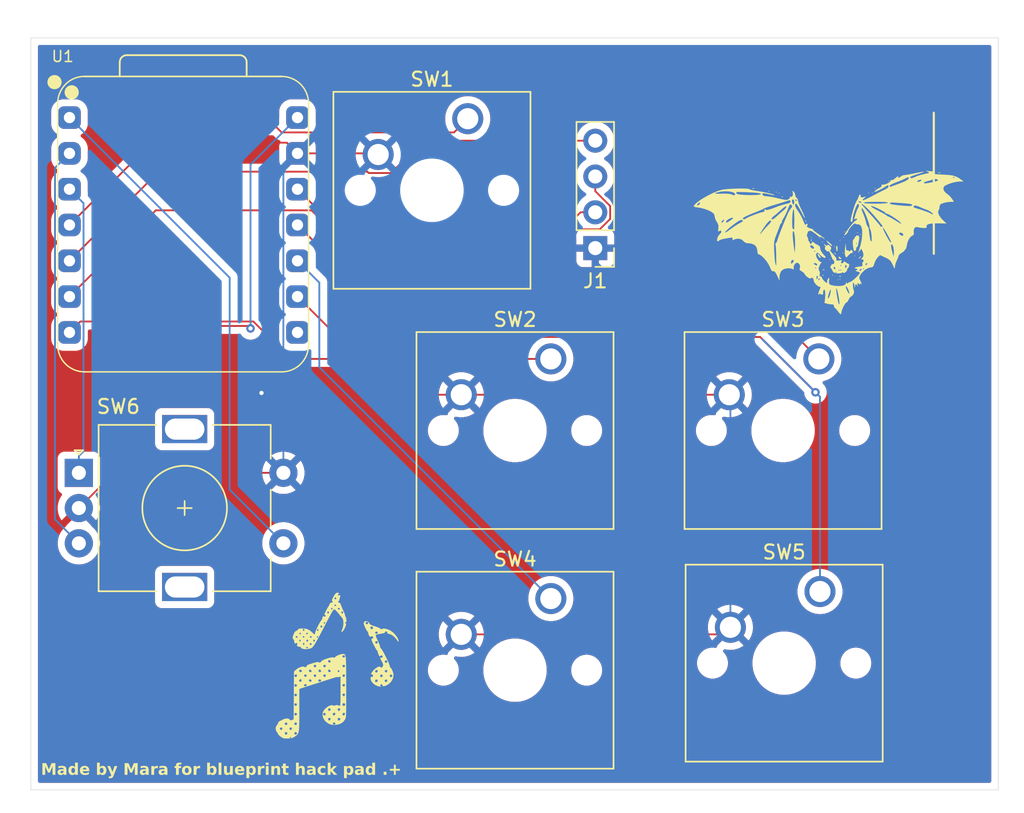
<source format=kicad_pcb>
(kicad_pcb (version 20241229) (generator "pcbnew") (generator_version "9.0")
  (layers (0 "F.Cu" signal "Front") (2 "B.Cu" signal "Back") (13 "F.Paste" user) (15 "B.Paste" user) (5 "F.SilkS" user "F.Silkscreen") (7 "B.SilkS" user "B.Silkscreen") (1 "F.Mask" user) (3 "B.Mask" user) (25 "Edge.Cuts" user))
  (net 0 "")
  (net 1 "GND")
  (net 2 "+3V3")
  (net 3 "Net-(J1-Pin_3)")
  (net 4 "Net-(J1-Pin_4)")
  (net 5 "Net-(U1-PA11_A3_D3)")
  (net 6 "Net-(U1-PB08_A6_D6_TX)")
  (net 7 "Net-(U1-PA6_A10_D10_MOSI)")
  (net 8 "Net-(U1-PA5_A9_D9_MISO)")
  (net 9 "Net-(U1-PA7_A8_D8_SCK)")
  (net 10 "Net-(U1-PA02_A0_D0)")
  (net 11 "Net-(U1-PA4_A1_D1)")
  (net 12 "Net-(U1-PA10_A2_D2)")
  (net 13 "+5V")
  (footprint "Button_Switch_Keyboard:SW_Cherry_MX_1.00u_PCB" (layer "F.Cu") (at 166.35 82.46)
    (property "Reference" "SW3" (at -2.54 -2.794 0) (layer "F.SilkS"))
    (property "Value" "SW_Push")
    (pad "" np_thru_hole circle (at -7.62 5.08) (size 1.7 1.7) (drill 1.7) (layers "*.Cu" "*.Mask"))
    (pad "" np_thru_hole circle (at -2.54 5.08) (size 4 4) (drill 4) (layers "*.Cu" "*.Mask"))
    (pad "" np_thru_hole circle (at 2.54 5.08) (size 1.7 1.7) (drill 1.7) (layers "*.Cu" "*.Mask"))
    (pad "1" thru_hole circle (at 0 0) (size 2.2 2.2) (drill 1.5) (layers "*.Cu" "*.Mask") (net 7 "Net-(U1-PA6_A10_D10_MOSI)"))
    (pad "2" thru_hole circle (at -6.35 2.54) (size 2.2 2.2) (drill 1.5) (layers "*.Cu" "*.Mask") (net 1 "GND"))
  )
  (footprint "LOGO" (layer "F.Cu") (at 167 74)
    (property "Reference" "." (at 0 0 0) (layer "F.SilkS") (effects (font (size 1.5 1.5) (thickness 0.3))))
    (property "Value" "LOGO" (hide yes))
  )
  (footprint "Connector_PinHeader.2.54mm:PinHeader_1x04_P2.54mm_Vertical" (layer "F.Cu") (at 150.5 74.6 180)
    (property "Reference" "J1" (at 0 -2.33 0) (layer "F.SilkS"))
    (property "Value" "Conn_01x04")
    (pad "1" thru_hole rect (at 0 0 180) (size 1.7 1.7) (drill 1) (layers "*.Cu" "*.Mask") (net 1 "GND"))
    (pad "2" thru_hole oval (at 0 2.54 180) (size 1.7 1.7) (drill 1) (layers "*.Cu" "*.Mask") (net 2 "+3V3"))
    (pad "3" thru_hole oval (at 0 5.08 180) (size 1.7 1.7) (drill 1) (layers "*.Cu" "*.Mask") (net 3 "Net-(J1-Pin_3)"))
    (pad "4" thru_hole oval (at 0 7.62 180) (size 1.7 1.7) (drill 1) (layers "*.Cu" "*.Mask") (net 4 "Net-(J1-Pin_4)"))
  )
  (footprint "Rotary_Encoder:RotaryEncoder_Alps_EC11E-Switch_Vertical_H20mm" (layer "F.Cu") (at 113.89 90.54)
    (property "Reference" "SW6" (at 2.8 -4.7 0) (layer "F.SilkS"))
    (property "Value" "RotaryEncoder_Switch")
    (pad "A" thru_hole rect (at 0 0) (size 2 2) (drill 1) (layers "*.Cu" "*.Mask") (net 12 "Net-(U1-PA10_A2_D2)"))
    (pad "B" thru_hole circle (at 0 5) (size 2 2) (drill 1) (layers "*.Cu" "*.Mask") (net 11 "Net-(U1-PA4_A1_D1)"))
    (pad "C" thru_hole circle (at 0 2.5) (size 2 2) (drill 1) (layers "*.Cu" "*.Mask") (net 1 "GND"))
    (pad "MP" thru_hole rect (at 7.5 -3.1) (size 3.2 2) (drill oval 2.8 1.5) (layers "*.Cu" "*.Mask"))
    (pad "MP" thru_hole rect (at 7.5 8.1) (size 3.2 2) (drill oval 2.8 1.5) (layers "*.Cu" "*.Mask"))
    (pad "S1" thru_hole circle (at 14.5 5) (size 2 2) (drill 1) (layers "*.Cu" "*.Mask") (net 10 "Net-(U1-PA02_A0_D0)"))
    (pad "S2" thru_hole circle (at 14.5 0) (size 2 2) (drill 1) (layers "*.Cu" "*.Mask") (net 1 "GND"))
  )
  (footprint "LOGO" (layer "F.Cu") (at 132.2 104.2)
    (property "Reference" "s" (at 0 0 0) (layer "F.SilkS") (effects (font (size 1.5 1.5) (thickness 0.3))))
    (property "Value" "LOGO" (hide yes))
  )
  (footprint "Button_Switch_Keyboard:SW_Cherry_MX_1.00u_PCB" (layer "F.Cu") (at 147.35 82.46)
    (property "Reference" "SW2" (at -2.54 -2.794 0) (layer "F.SilkS"))
    (property "Value" "SW_Push")
    (pad "" np_thru_hole circle (at -7.62 5.08) (size 1.7 1.7) (drill 1.7) (layers "*.Cu" "*.Mask"))
    (pad "" np_thru_hole circle (at -2.54 5.08) (size 4 4) (drill 4) (layers "*.Cu" "*.Mask"))
    (pad "" np_thru_hole circle (at 2.54 5.08) (size 1.7 1.7) (drill 1.7) (layers "*.Cu" "*.Mask"))
    (pad "1" thru_hole circle (at 0 0) (size 2.2 2.2) (drill 1.5) (layers "*.Cu" "*.Mask") (net 6 "Net-(U1-PB08_A6_D6_TX)"))
    (pad "2" thru_hole circle (at -6.35 2.54) (size 2.2 2.2) (drill 1.5) (layers "*.Cu" "*.Mask") (net 1 "GND"))
  )
  (footprint "XIAO-THT:XIAO-SAMD21-SMD" (layer "F.Cu") (at 112.39 83.46)
    (property "Reference" "U1" (at -0.5 -22 0) (layer "F.SilkS") (effects (font (size 0.78232 0.78232) (thickness 0.10668)) (justify left bottom)))
    (property "Value" "SeeeduinoXIAO")
    (pad "1" thru_hole roundrect (at 0.835 -18.12) (size 1.6 1.6) (drill 0.8) (layers "*.Cu" "*.Mask") (net 10 "Net-(U1-PA02_A0_D0)"))
    (pad "2" thru_hole roundrect (at 0.835 -15.58) (size 1.6 1.6) (drill 0.8) (layers "*.Cu" "*.Mask") (roundrect_rratio 0.3125) (net 11 "Net-(U1-PA4_A1_D1)"))
    (pad "3" thru_hole roundrect (at 0.835 -13.04) (size 1.6 1.6) (drill 0.8) (layers "*.Cu" "*.Mask") (net 12 "Net-(U1-PA10_A2_D2)"))
    (pad "4" thru_hole roundrect (at 0.835 -10.5) (size 1.6 1.6) (drill 0.8) (layers "*.Cu" "*.Mask") (roundrect_rratio 0.3125) (net 5 "Net-(U1-PA11_A3_D3)"))
    (pad "5" thru_hole roundrect (at 0.835 -7.96) (size 1.6 1.6) (drill 0.8) (layers "*.Cu" "*.Mask") (net 4 "Net-(J1-Pin_4)"))
    (pad "6" thru_hole roundrect (at 0.835 -5.42) (size 1.6 1.6) (drill 0.8) (layers "*.Cu" "*.Mask") (net 3 "Net-(J1-Pin_3)"))
    (pad "7" thru_hole roundrect (at 0.835 -2.88) (size 1.6 1.6) (drill 0.8) (layers "*.Cu" "*.Mask") (net 6 "Net-(U1-PB08_A6_D6_TX)"))
    (pad "8" thru_hole roundrect (at 17 -2.88) (size 1.6 1.6) (drill 0.8) (layers "*.Cu" "*.Mask"))
    (pad "9" thru_hole roundrect (at 17 -5.42) (size 1.6 1.6) (drill 0.8) (layers "*.Cu" "*.Mask") (net 9 "Net-(U1-PA7_A8_D8_SCK)"))
    (pad "10" thru_hole roundrect (at 17 -7.96) (size 1.6 1.6) (drill 0.8) (layers "*.Cu" "*.Mask") (net 8 "Net-(U1-PA5_A9_D9_MISO)"))
    (pad "11" thru_hole roundrect (at 17 -10.5) (size 1.6 1.6) (drill 0.8) (layers "*.Cu" "*.Mask") (net 7 "Net-(U1-PA6_A10_D10_MOSI)"))
    (pad "12" thru_hole roundrect (at 17 -13.04) (size 1.6 1.6) (drill 0.8) (layers "*.Cu" "*.Mask") (net 2 "+3V3"))
    (pad "13" thru_hole roundrect (at 17 -15.58) (size 1.6 1.6) (drill 0.8) (layers "*.Cu" "*.Mask") (net 1 "GND"))
    (pad "14" thru_hole roundrect (at 17 -18.12) (size 1.6 1.6) (drill 0.8) (layers "*.Cu" "*.Mask") (net 13 "+5V"))
    (pad "15" smd roundrect (at 7.747 -1.8603 90) (size 2.5 1.1) (layers "F.Cu" "F.Mask" "F.Paste") (net 13 "+5V"))
    (pad "16" smd roundrect (at 10.287 -1.8603 90) (size 2.5 1.1) (layers "F.Cu" "F.Mask" "F.Paste") (net 1 "GND"))
    (pad "17" smd circle (at 7.747 -18.8783) (size 1.7 1.7) (layers "F.Cu" "F.Mask" "F.Paste"))
    (pad "18" smd circle (at 10.287 -18.8783) (size 1.7 1.7) (layers "F.Cu" "F.Mask" "F.Paste"))
    (pad "19" smd circle (at 7.747 -16.3383) (size 1.7 1.7) (layers "F.Cu" "F.Mask" "F.Paste"))
    (pad "20" smd circle (at 10.287 -16.3383) (size 1.7 1.7) (layers "F.Cu" "F.Mask" "F.Paste") (net 1 "GND"))
  )
  (footprint "Button_Switch_Keyboard:SW_Cherry_MX_1.00u_PCB" (layer "F.Cu") (at 147.35 99.46)
    (property "Reference" "SW4" (at -2.54 -2.794 0) (layer "F.SilkS"))
    (property "Value" "SW_Push")
    (pad "" np_thru_hole circle (at -7.62 5.08) (size 1.7 1.7) (drill 1.7) (layers "*.Cu" "*.Mask"))
    (pad "" np_thru_hole circle (at -2.54 5.08) (size 4 4) (drill 4) (layers "*.Cu" "*.Mask"))
    (pad "" np_thru_hole circle (at 2.54 5.08) (size 1.7 1.7) (drill 1.7) (layers "*.Cu" "*.Mask"))
    (pad "1" thru_hole circle (at 0 0) (size 2.2 2.2) (drill 1.5) (layers "*.Cu" "*.Mask") (net 8 "Net-(U1-PA5_A9_D9_MISO)"))
    (pad "2" thru_hole circle (at -6.35 2.54) (size 2.2 2.2) (drill 1.5) (layers "*.Cu" "*.Mask") (net 1 "GND"))
  )
  (footprint "Button_Switch_Keyboard:SW_Cherry_MX_1.00u_PCB" (layer "F.Cu") (at 166.43 98.96)
    (property "Reference" "SW5" (at -2.54 -2.794 0) (layer "F.SilkS"))
    (property "Value" "SW_Push")
    (pad "" np_thru_hole circle (at -7.62 5.08) (size 1.7 1.7) (drill 1.7) (layers "*.Cu" "*.Mask"))
    (pad "" np_thru_hole circle (at -2.54 5.08) (size 4 4) (drill 4) (layers "*.Cu" "*.Mask"))
    (pad "" np_thru_hole circle (at 2.54 5.08) (size 1.7 1.7) (drill 1.7) (layers "*.Cu" "*.Mask"))
    (pad "1" thru_hole circle (at 0 0) (size 2.2 2.2) (drill 1.5) (layers "*.Cu" "*.Mask") (net 9 "Net-(U1-PA7_A8_D8_SCK)"))
    (pad "2" thru_hole circle (at -6.35 2.54) (size 2.2 2.2) (drill 1.5) (layers "*.Cu" "*.Mask") (net 1 "GND"))
  )
  (footprint "Button_Switch_Keyboard:SW_Cherry_MX_1.00u_PCB" (layer "F.Cu") (at 141.46 65.42)
    (property "Reference" "SW1" (at -2.54 -2.794 0) (layer "F.SilkS"))
    (property "Value" "SW_Push")
    (pad "" np_thru_hole circle (at -7.62 5.08) (size 1.7 1.7) (drill 1.7) (layers "*.Cu" "*.Mask"))
    (pad "" np_thru_hole circle (at -2.54 5.08) (size 4 4) (drill 4) (layers "*.Cu" "*.Mask"))
    (pad "" np_thru_hole circle (at 2.54 5.08) (size 1.7 1.7) (drill 1.7) (layers "*.Cu" "*.Mask"))
    (pad "1" thru_hole circle (at 0 0) (size 2.2 2.2) (drill 1.5) (layers "*.Cu" "*.Mask") (net 5 "Net-(U1-PA11_A3_D3)"))
    (pad "2" thru_hole circle (at -6.35 2.54) (size 2.2 2.2) (drill 1.5) (layers "*.Cu" "*.Mask") (net 1 "GND"))
  )
  (gr_line (start 174.5 65) (end 174.5 75) (stroke (width 0.1524)) (layer "F.SilkS"))
  (gr_line (start 110.49 113.03) (end 179.07 113.03) (stroke (width 0.0381)) (layer "Edge.Cuts"))
  (gr_line (start 179.07 60.96) (end 179.07 59.69) (stroke (width 0.0381)) (layer "Edge.Cuts"))
  (gr_line (start 179.07 113.03) (end 179.07 60.96) (stroke (width 0.0381)) (layer "Edge.Cuts"))
  (gr_line (start 179.07 59.69) (end 110.49 59.69) (stroke (width 0.0381)) (layer "Edge.Cuts"))
  (gr_line (start 110.49 59.69) (end 110.49 113.03) (stroke (width 0.0381)) (layer "Edge.Cuts"))
  (gr_text "\n" (at 132.9 97.8 0) (layer "F.SilkS") (effects (font (size 0.8128 0.8128) (thickness 0.1524) (bold yes)) (justify left bottom)))
  (gr_text "Made by Mara for blueprint hack pad .+" (at 111.2 112.1 0) (layer "F.SilkS") (effects (font (size 0.8128 0.8128) (thickness 0.1524) (bold yes)) (justify left bottom)))
  (segment (start 125.9495 84.8722) (end 126.8378 84.8722) (width 0.127) (layer "F.Cu") (net 1))
  (segment (start 135.03 67.88) (end 135.11 67.96) (width 0.127) (layer "F.Cu") (net 1))
  (segment (start 141 102) (end 159.58 102) (width 0.127) (layer "F.Cu") (net 1))
  (segment (start 159.58 102) (end 160.08 101.5) (width 0.127) (layer "F.Cu") (net 1))
  (segment (start 122.677 81.5997) (end 125.9495 84.8722) (width 0.127) (layer "F.Cu") (net 1))
  (segment (start 126.8378 84.8722) (end 126.8378 85) (width 0.127) (layer "F.Cu") (net 1))
  (segment (start 126.8378 85) (end 141 85) (width 0.127) (layer "F.Cu") (net 1))
  (segment (start 128.6317 67.1217) (end 129.39 67.88) (width 0.127) (layer "F.Cu") (net 1))
  (segment (start 116.39 90.54) (end 128.39 90.54) (width 0.127) (layer "F.Cu") (net 1))
  (segment (start 141 85) (end 141.7221 85) (width 0.127) (layer "F.Cu") (net 1))
  (segment (start 141.7221 85) (end 141.7483 85) (width 0.127) (layer "F.Cu") (net 1))
  (segment (start 122.677 67.1217) (end 128.6317 67.1217) (width 0.127) (layer "F.Cu") (net 1))
  (segment (start 113.89 93.04) (end 116.39 90.54) (width 0.127) (layer "F.Cu") (net 1))
  (segment (start 129.39 67.88) (end 135.03 67.88) (width 0.127) (layer "F.Cu") (net 1))
  (segment (start 141.7483 85) (end 160 85) (width 0.127) (layer "F.Cu") (net 1))
  (via (at 126.8378 84.8722) (size 0.6) (drill 0.3) (layers "F.Cu" "B.Cu") (net 1))
  (segment (start 150.6422 75.6422) (end 160 85) (width 0.127) (layer "B.Cu") (net 1))
  (segment (start 160 85) (end 160.08 85.08) (width 0.127) (layer "B.Cu") (net 1))
  (segment (start 150.5 75.6422) (end 150.6422 75.6422) (width 0.127) (layer "B.Cu") (net 1))
  (segment (start 129.39 67.88) (end 128.39 68.88) (width 0.127) (layer "B.Cu") (net 1))
  (segment (start 150.5 74.6) (end 150.5 75.6422) (width 0.127) (layer "B.Cu") (net 1))
  (segment (start 160.08 85.08) (end 160.08 101.5) (width 0.127) (layer "B.Cu") (net 1))
  (segment (start 128.39 84.8722) (end 128.39 90.54) (width 0.127) (layer "B.Cu") (net 1))
  (segment (start 128.39 84.8722) (end 126.8378 84.8722) (width 0.127) (layer "B.Cu") (net 1))
  (segment (start 128.39 68.88) (end 128.39 84.8722) (width 0.127) (layer "B.Cu") (net 1))
  (segment (start 150.5 72.06) (end 149.4578 72.06) (width 0.127) (layer "F.Cu") (net 2))
  (segment (start 131.9362 72.9662) (end 148.5516 72.9662) (width 0.127) (layer "F.Cu") (net 2))
  (segment (start 129.39 70.42) (end 131.9362 72.9662) (width 0.127) (layer "F.Cu") (net 2))
  (segment (start 148.5516 72.9662) (end 149.4578 72.06) (width 0.127) (layer "F.Cu") (net 2))
  (segment (start 151.5566 71.6188) (end 150.5 70.5622) (width 0.127) (layer "F.Cu") (net 3))
  (segment (start 150.5 69.52) (end 150.5 70.5622) (width 0.127) (layer "F.Cu") (net 3))
  (segment (start 119.3455 71.9195) (end 130.3822 71.9195) (width 0.127) (layer "F.Cu") (net 3))
  (segment (start 151.5566 72.5312) (end 151.5566 71.6188) (width 0.127) (layer "F.Cu") (net 3))
  (segment (start 150.8189 73.2689) (end 151.5566 72.5312) (width 0.127) (layer "F.Cu") (net 3))
  (segment (start 113.225 78.04) (end 119.3455 71.9195) (width 0.127) (layer "F.Cu") (net 3))
  (segment (start 131.7316 73.2689) (end 150.8189 73.2689) (width 0.127) (layer "F.Cu") (net 3))
  (segment (start 130.3822 71.9195) (end 131.7316 73.2689) (width 0.127) (layer "F.Cu") (net 3))
  (segment (start 138.3131 66.98) (end 150.5 66.98) (width 0.127) (layer "F.Cu") (net 4))
  (segment (start 134.3442 69.1767) (end 134.4419 69.2744) (width 0.127) (layer "F.Cu") (net 4))
  (segment (start 136.0187 69.2744) (end 138.3131 66.98) (width 0.127) (layer "F.Cu") (net 4))
  (segment (start 119.5483 69.1767) (end 134.3442 69.1767) (width 0.127) (layer "F.Cu") (net 4))
  (segment (start 113.225 75.5) (end 119.5483 69.1767) (width 0.127) (layer "F.Cu") (net 4))
  (segment (start 134.4419 69.2744) (end 136.0187 69.2744) (width 0.127) (layer "F.Cu") (net 4))
  (segment (start 127.9014 66.0319) (end 128.2627 66.3932) (width 0.127) (layer "F.Cu") (net 5))
  (segment (start 121.4071 66.8575) (end 122.2327 66.0319) (width 0.127) (layer "F.Cu") (net 5))
  (segment (start 128.2627 66.3932) (end 140.4868 66.3932) (width 0.127) (layer "F.Cu") (net 5))
  (segment (start 140.4868 66.3932) (end 141.46 65.42) (width 0.127) (layer "F.Cu") (net 5))
  (segment (start 120.4742 68.2749) (end 121.4071 67.342) (width 0.127) (layer "F.Cu") (net 5))
  (segment (start 113.225 72.96) (end 117.9101 68.2749) (width 0.127) (layer "F.Cu") (net 5))
  (segment (start 122.2327 66.0319) (end 127.9014 66.0319) (width 0.127) (layer "F.Cu") (net 5))
  (segment (start 121.4071 67.342) (end 121.4071 66.8575) (width 0.127) (layer "F.Cu") (net 5))
  (segment (start 117.9101 68.2749) (end 120.4742 68.2749) (width 0.127) (layer "F.Cu") (net 5))
  (segment (start 113.9989 79.8061) (end 113.225 80.58) (width 0.127) (layer "F.Cu") (net 6))
  (segment (start 128.9166 82.46) (end 126.2627 79.8061) (width 0.127) (layer "F.Cu") (net 6))
  (segment (start 126.2627 79.8061) (end 113.9989 79.8061) (width 0.127) (layer "F.Cu") (net 6))
  (segment (start 147.35 82.46) (end 128.9166 82.46) (width 0.127) (layer "F.Cu") (net 6))
  (segment (start 163.3351 79.4451) (end 135.8751 79.4451) (width 0.127) (layer "F.Cu") (net 7))
  (segment (start 135.8751 79.4451) (end 129.39 72.96) (width 0.127) (layer "F.Cu") (net 7))
  (segment (start 166.35 82.46) (end 163.3351 79.4451) (width 0.127) (layer "F.Cu") (net 7))
  (segment (start 130.9378 77.0478) (end 129.39 75.5) (width 0.127) (layer "B.Cu") (net 8))
  (segment (start 147.35 99.46) (end 130.9378 83.0478) (width 0.127) (layer "B.Cu") (net 8))
  (segment (start 130.9378 83.0478) (end 130.9378 77.0478) (width 0.127) (layer "B.Cu") (net 8))
  (segment (start 132.2554 80.9054) (end 162.1887 80.9054) (width 0.127) (layer "F.Cu") (net 9))
  (segment (start 129.39 78.04) (end 132.2554 80.9054) (width 0.127) (layer "F.Cu") (net 9))
  (segment (start 162.3572 81.0739) (end 166.1094 84.8261) (width 0.127) (layer "F.Cu") (net 9))
  (segment (start 162.1887 80.9054) (end 166.1094 84.8261) (width 0.127) (layer "F.Cu") (net 9))
  (segment (start 166.1094 84.8261) (end 162.3572 81.0739) (width 0.127) (layer "F.Cu") (net 9))
  (via (at 166.1094 84.8261) (size 0.6) (drill 0.3) (layers "F.Cu" "B.Cu") (net 9))
  (segment (start 166.1094 84.8261) (end 162.3572 81.0739) (width 0.127) (layer "B.Cu") (net 9))
  (segment (start 166.43 85.1467) (end 166.43 98.96) (width 0.127) (layer "B.Cu") (net 9))
  (segment (start 162.3572 81.0739) (end 166.1094 84.8261) (width 0.127) (layer "B.Cu") (net 9))
  (segment (start 166.1094 84.8261) (end 166.43 85.1467) (width 0.127) (layer "B.Cu") (net 9))
  (segment (start 124.5807 91.7307) (end 128.39 95.54) (width 0.127) (layer "B.Cu") (net 10))
  (segment (start 113.225 65.34) (end 124.5807 76.6957) (width 0.127) (layer "B.Cu") (net 10))
  (segment (start 124.5807 76.6957) (end 124.5807 91.7307) (width 0.127) (layer "B.Cu") (net 10))
  (segment (start 113.225 67.88) (end 112.1987 68.9063) (width 0.127) (layer "B.Cu") (net 11))
  (segment (start 112.1987 68.9063) (end 112.1987 93.8487) (width 0.127) (layer "B.Cu") (net 11))
  (segment (start 112.1987 93.8487) (end 113.89 95.54) (width 0.127) (layer "B.Cu") (net 11))
  (segment (start 113.89 90.54) (end 113.89 89.3478) (width 0.127) (layer "B.Cu") (net 12))
  (segment (start 113.89 89.3478) (end 114.2209 89.0169) (width 0.127) (layer "B.Cu") (net 12))
  (segment (start 114.2209 89.0169) (end 114.2209 71.4159) (width 0.127) (layer "B.Cu") (net 12))
  (segment (start 114.2209 71.4159) (end 113.225 70.42) (width 0.127) (layer "B.Cu") (net 12))
  (segment (start 125.8832 80.1227) (end 121.614 80.1227) (width 0.127) (layer "F.Cu") (net 13))
  (segment (start 121.614 80.1227) (end 120.137 81.5997) (width 0.127) (layer "F.Cu") (net 13))
  (segment (start 126.0588 80.2983) (end 125.8832 80.1227) (width 0.127) (layer "F.Cu") (net 13))
  (via (at 126.0588 80.2983) (size 0.6) (drill 0.3) (layers "F.Cu" "B.Cu") (net 13))
  (segment (start 126.0588 68.6712) (end 126.0588 80.2983) (width 0.127) (layer "B.Cu") (net 13))
  (segment (start 129.39 65.34) (end 126.0588 68.6712) (width 0.127) (layer "B.Cu") (net 13))
  (zone (net 1) (net_name "GND") (layer "F.Cu") (priority 1) (connect_pads (clearance 0.5)) (min_thickness 0.25) (fill yes (thermal_gap 0.5) (thermal_bridge_width 0.5))
    (polygon (pts (xy 108.4 57.7) (xy 109 114.7) (xy 180.9 114.6) (xy 180.3 57)))
  )
  (zone (net 1) (net_name "GND") (layer "B.Cu") (connect_pads (clearance 0.5)) (min_thickness 0.25) (fill yes (thermal_gap 0.5) (thermal_bridge_width 0.5))
    (polygon (pts (xy 108.4 57.9) (xy 109 114.7) (xy 180.9 114.6) (xy 180.3 57) (xy 108.4 57.7) (xy 108.3 57.8)))
  )
)
</source>
